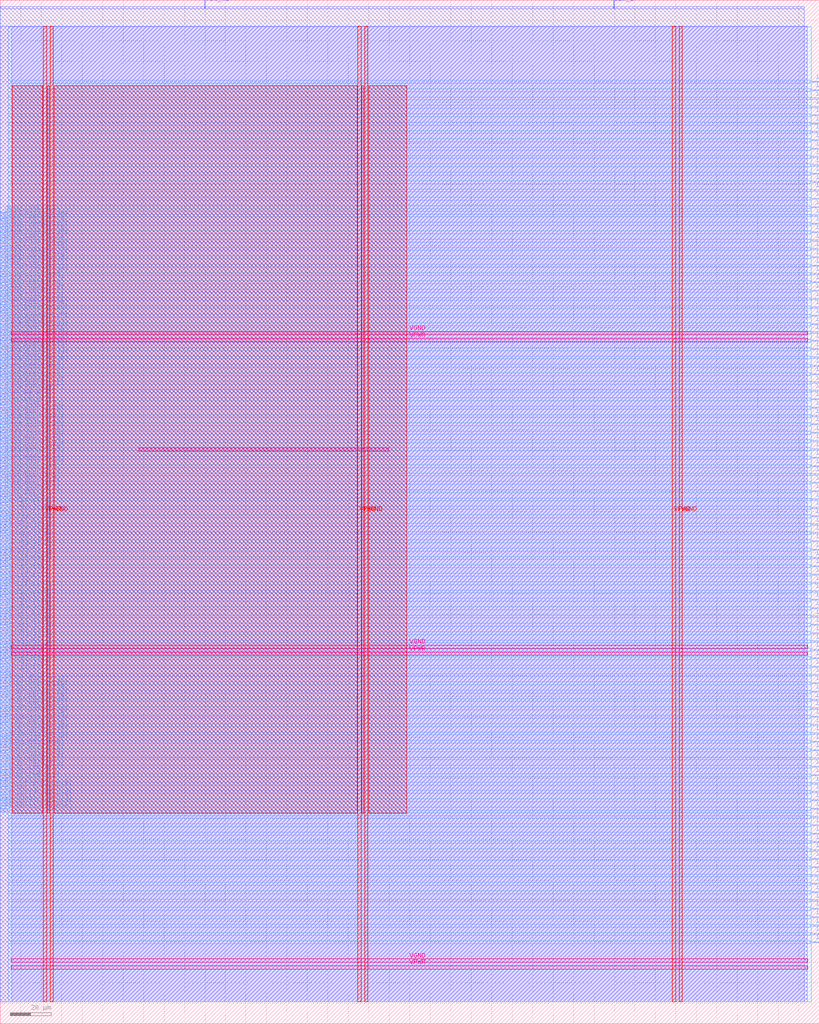
<source format=lef>
VERSION 5.7 ;
  NOWIREEXTENSIONATPIN ON ;
  DIVIDERCHAR "/" ;
  BUSBITCHARS "[]" ;
MACRO core
  CLASS BLOCK ;
  FOREIGN core ;
  ORIGIN 0.000 0.000 ;
  SIZE 400.000 BY 500.000 ;
  PIN VGND
    USE GROUND ;
    PORT
      LAYER met5 ;
        RECT 5.280 336.390 394.460 337.990 ;
    END
    PORT
      LAYER met5 ;
        RECT 5.280 183.210 394.460 184.810 ;
    END
    PORT
      LAYER met5 ;
        RECT 5.280 30.030 394.460 31.630 ;
    END
    PORT
      LAYER met4 ;
        RECT 331.540 10.640 333.140 487.120 ;
    END
    PORT
      LAYER met4 ;
        RECT 177.940 10.640 179.540 487.120 ;
    END
    PORT
      LAYER met4 ;
        RECT 24.340 10.640 25.940 487.120 ;
    END
  END VGND
  PIN VPWR
    USE POWER ;
    PORT
      LAYER met5 ;
        RECT 5.280 333.090 394.460 334.690 ;
    END
    PORT
      LAYER met5 ;
        RECT 5.280 179.910 394.460 181.510 ;
    END
    PORT
      LAYER met5 ;
        RECT 5.280 26.730 394.460 28.330 ;
    END
    PORT
      LAYER met4 ;
        RECT 328.240 10.640 329.840 487.120 ;
    END
    PORT
      LAYER met4 ;
        RECT 174.640 10.640 176.240 487.120 ;
    END
    PORT
      LAYER met4 ;
        RECT 21.040 10.640 22.640 487.120 ;
    END
  END VPWR
  PIN clk_i
    PORT
      LAYER met2 ;
        RECT 299.550 496.000 299.830 500.000 ;
    END
  END clk_i
  PIN dmem_addr_o[0]
    PORT
      LAYER met3 ;
        RECT 0.000 258.440 4.000 259.040 ;
    END
  END dmem_addr_o[0]
  PIN dmem_addr_o[10]
    PORT
      LAYER met3 ;
        RECT 0.000 272.040 4.000 272.640 ;
    END
  END dmem_addr_o[10]
  PIN dmem_addr_o[11]
    PORT
      LAYER met3 ;
        RECT 0.000 273.400 4.000 274.000 ;
    END
  END dmem_addr_o[11]
  PIN dmem_addr_o[12]
    PORT
      LAYER met3 ;
        RECT 0.000 274.760 4.000 275.360 ;
    END
  END dmem_addr_o[12]
  PIN dmem_addr_o[13]
    PORT
      LAYER met3 ;
        RECT 0.000 276.120 4.000 276.720 ;
    END
  END dmem_addr_o[13]
  PIN dmem_addr_o[14]
    PORT
      LAYER met3 ;
        RECT 0.000 277.480 4.000 278.080 ;
    END
  END dmem_addr_o[14]
  PIN dmem_addr_o[15]
    PORT
      LAYER met3 ;
        RECT 0.000 278.840 4.000 279.440 ;
    END
  END dmem_addr_o[15]
  PIN dmem_addr_o[16]
    PORT
      LAYER met3 ;
        RECT 0.000 280.200 4.000 280.800 ;
    END
  END dmem_addr_o[16]
  PIN dmem_addr_o[17]
    PORT
      LAYER met3 ;
        RECT 0.000 281.560 4.000 282.160 ;
    END
  END dmem_addr_o[17]
  PIN dmem_addr_o[18]
    PORT
      LAYER met3 ;
        RECT 0.000 282.920 4.000 283.520 ;
    END
  END dmem_addr_o[18]
  PIN dmem_addr_o[19]
    PORT
      LAYER met3 ;
        RECT 0.000 284.280 4.000 284.880 ;
    END
  END dmem_addr_o[19]
  PIN dmem_addr_o[1]
    PORT
      LAYER met3 ;
        RECT 0.000 259.800 4.000 260.400 ;
    END
  END dmem_addr_o[1]
  PIN dmem_addr_o[20]
    PORT
      LAYER met3 ;
        RECT 0.000 285.640 4.000 286.240 ;
    END
  END dmem_addr_o[20]
  PIN dmem_addr_o[21]
    PORT
      LAYER met3 ;
        RECT 0.000 287.000 4.000 287.600 ;
    END
  END dmem_addr_o[21]
  PIN dmem_addr_o[22]
    PORT
      LAYER met3 ;
        RECT 0.000 288.360 4.000 288.960 ;
    END
  END dmem_addr_o[22]
  PIN dmem_addr_o[23]
    PORT
      LAYER met3 ;
        RECT 0.000 289.720 4.000 290.320 ;
    END
  END dmem_addr_o[23]
  PIN dmem_addr_o[24]
    PORT
      LAYER met3 ;
        RECT 0.000 291.080 4.000 291.680 ;
    END
  END dmem_addr_o[24]
  PIN dmem_addr_o[25]
    PORT
      LAYER met3 ;
        RECT 0.000 292.440 4.000 293.040 ;
    END
  END dmem_addr_o[25]
  PIN dmem_addr_o[26]
    PORT
      LAYER met3 ;
        RECT 0.000 293.800 4.000 294.400 ;
    END
  END dmem_addr_o[26]
  PIN dmem_addr_o[27]
    PORT
      LAYER met3 ;
        RECT 0.000 295.160 4.000 295.760 ;
    END
  END dmem_addr_o[27]
  PIN dmem_addr_o[28]
    PORT
      LAYER met3 ;
        RECT 0.000 296.520 4.000 297.120 ;
    END
  END dmem_addr_o[28]
  PIN dmem_addr_o[29]
    PORT
      LAYER met3 ;
        RECT 0.000 297.880 4.000 298.480 ;
    END
  END dmem_addr_o[29]
  PIN dmem_addr_o[2]
    PORT
      LAYER met3 ;
        RECT 0.000 261.160 4.000 261.760 ;
    END
  END dmem_addr_o[2]
  PIN dmem_addr_o[30]
    PORT
      LAYER met3 ;
        RECT 0.000 299.240 4.000 299.840 ;
    END
  END dmem_addr_o[30]
  PIN dmem_addr_o[31]
    PORT
      LAYER met3 ;
        RECT 0.000 300.600 4.000 301.200 ;
    END
  END dmem_addr_o[31]
  PIN dmem_addr_o[3]
    PORT
      LAYER met3 ;
        RECT 0.000 262.520 4.000 263.120 ;
    END
  END dmem_addr_o[3]
  PIN dmem_addr_o[4]
    PORT
      LAYER met3 ;
        RECT 0.000 263.880 4.000 264.480 ;
    END
  END dmem_addr_o[4]
  PIN dmem_addr_o[5]
    PORT
      LAYER met3 ;
        RECT 0.000 265.240 4.000 265.840 ;
    END
  END dmem_addr_o[5]
  PIN dmem_addr_o[6]
    PORT
      LAYER met3 ;
        RECT 0.000 266.600 4.000 267.200 ;
    END
  END dmem_addr_o[6]
  PIN dmem_addr_o[7]
    PORT
      LAYER met3 ;
        RECT 0.000 267.960 4.000 268.560 ;
    END
  END dmem_addr_o[7]
  PIN dmem_addr_o[8]
    PORT
      LAYER met3 ;
        RECT 0.000 269.320 4.000 269.920 ;
    END
  END dmem_addr_o[8]
  PIN dmem_addr_o[9]
    PORT
      LAYER met3 ;
        RECT 0.000 270.680 4.000 271.280 ;
    END
  END dmem_addr_o[9]
  PIN dmem_be_o[0]
    PORT
      LAYER met3 ;
        RECT 0.000 303.320 4.000 303.920 ;
    END
  END dmem_be_o[0]
  PIN dmem_be_o[1]
    PORT
      LAYER met3 ;
        RECT 0.000 304.680 4.000 305.280 ;
    END
  END dmem_be_o[1]
  PIN dmem_be_o[2]
    PORT
      LAYER met3 ;
        RECT 0.000 306.040 4.000 306.640 ;
    END
  END dmem_be_o[2]
  PIN dmem_be_o[3]
    PORT
      LAYER met3 ;
        RECT 0.000 307.400 4.000 308.000 ;
    END
  END dmem_be_o[3]
  PIN dmem_gnt_i
    PORT
      LAYER met3 ;
        RECT 0.000 257.080 4.000 257.680 ;
    END
  END dmem_gnt_i
  PIN dmem_rdata_i[0]
    PORT
      LAYER met3 ;
        RECT 0.000 352.280 4.000 352.880 ;
    END
  END dmem_rdata_i[0]
  PIN dmem_rdata_i[10]
    PORT
      LAYER met3 ;
        RECT 0.000 365.880 4.000 366.480 ;
    END
  END dmem_rdata_i[10]
  PIN dmem_rdata_i[11]
    PORT
      LAYER met3 ;
        RECT 0.000 367.240 4.000 367.840 ;
    END
  END dmem_rdata_i[11]
  PIN dmem_rdata_i[12]
    PORT
      LAYER met3 ;
        RECT 0.000 368.600 4.000 369.200 ;
    END
  END dmem_rdata_i[12]
  PIN dmem_rdata_i[13]
    PORT
      LAYER met3 ;
        RECT 0.000 369.960 4.000 370.560 ;
    END
  END dmem_rdata_i[13]
  PIN dmem_rdata_i[14]
    PORT
      LAYER met3 ;
        RECT 0.000 371.320 4.000 371.920 ;
    END
  END dmem_rdata_i[14]
  PIN dmem_rdata_i[15]
    PORT
      LAYER met3 ;
        RECT 0.000 372.680 4.000 373.280 ;
    END
  END dmem_rdata_i[15]
  PIN dmem_rdata_i[16]
    PORT
      LAYER met3 ;
        RECT 0.000 374.040 4.000 374.640 ;
    END
  END dmem_rdata_i[16]
  PIN dmem_rdata_i[17]
    PORT
      LAYER met3 ;
        RECT 0.000 375.400 4.000 376.000 ;
    END
  END dmem_rdata_i[17]
  PIN dmem_rdata_i[18]
    PORT
      LAYER met3 ;
        RECT 0.000 376.760 4.000 377.360 ;
    END
  END dmem_rdata_i[18]
  PIN dmem_rdata_i[19]
    PORT
      LAYER met3 ;
        RECT 0.000 378.120 4.000 378.720 ;
    END
  END dmem_rdata_i[19]
  PIN dmem_rdata_i[1]
    PORT
      LAYER met3 ;
        RECT 0.000 353.640 4.000 354.240 ;
    END
  END dmem_rdata_i[1]
  PIN dmem_rdata_i[20]
    PORT
      LAYER met3 ;
        RECT 0.000 379.480 4.000 380.080 ;
    END
  END dmem_rdata_i[20]
  PIN dmem_rdata_i[21]
    PORT
      LAYER met3 ;
        RECT 0.000 380.840 4.000 381.440 ;
    END
  END dmem_rdata_i[21]
  PIN dmem_rdata_i[22]
    PORT
      LAYER met3 ;
        RECT 0.000 382.200 4.000 382.800 ;
    END
  END dmem_rdata_i[22]
  PIN dmem_rdata_i[23]
    PORT
      LAYER met3 ;
        RECT 0.000 383.560 4.000 384.160 ;
    END
  END dmem_rdata_i[23]
  PIN dmem_rdata_i[24]
    PORT
      LAYER met3 ;
        RECT 0.000 384.920 4.000 385.520 ;
    END
  END dmem_rdata_i[24]
  PIN dmem_rdata_i[25]
    PORT
      LAYER met3 ;
        RECT 0.000 386.280 4.000 386.880 ;
    END
  END dmem_rdata_i[25]
  PIN dmem_rdata_i[26]
    PORT
      LAYER met3 ;
        RECT 0.000 387.640 4.000 388.240 ;
    END
  END dmem_rdata_i[26]
  PIN dmem_rdata_i[27]
    PORT
      LAYER met3 ;
        RECT 0.000 389.000 4.000 389.600 ;
    END
  END dmem_rdata_i[27]
  PIN dmem_rdata_i[28]
    PORT
      LAYER met3 ;
        RECT 0.000 390.360 4.000 390.960 ;
    END
  END dmem_rdata_i[28]
  PIN dmem_rdata_i[29]
    PORT
      LAYER met3 ;
        RECT 0.000 391.720 4.000 392.320 ;
    END
  END dmem_rdata_i[29]
  PIN dmem_rdata_i[2]
    PORT
      LAYER met3 ;
        RECT 0.000 355.000 4.000 355.600 ;
    END
  END dmem_rdata_i[2]
  PIN dmem_rdata_i[30]
    PORT
      LAYER met3 ;
        RECT 0.000 393.080 4.000 393.680 ;
    END
  END dmem_rdata_i[30]
  PIN dmem_rdata_i[31]
    PORT
      LAYER met3 ;
        RECT 0.000 394.440 4.000 395.040 ;
    END
  END dmem_rdata_i[31]
  PIN dmem_rdata_i[3]
    PORT
      LAYER met3 ;
        RECT 0.000 356.360 4.000 356.960 ;
    END
  END dmem_rdata_i[3]
  PIN dmem_rdata_i[4]
    PORT
      LAYER met3 ;
        RECT 0.000 357.720 4.000 358.320 ;
    END
  END dmem_rdata_i[4]
  PIN dmem_rdata_i[5]
    PORT
      LAYER met3 ;
        RECT 0.000 359.080 4.000 359.680 ;
    END
  END dmem_rdata_i[5]
  PIN dmem_rdata_i[6]
    PORT
      LAYER met3 ;
        RECT 0.000 360.440 4.000 361.040 ;
    END
  END dmem_rdata_i[6]
  PIN dmem_rdata_i[7]
    PORT
      LAYER met3 ;
        RECT 0.000 361.800 4.000 362.400 ;
    END
  END dmem_rdata_i[7]
  PIN dmem_rdata_i[8]
    PORT
      LAYER met3 ;
        RECT 0.000 363.160 4.000 363.760 ;
    END
  END dmem_rdata_i[8]
  PIN dmem_rdata_i[9]
    PORT
      LAYER met3 ;
        RECT 0.000 364.520 4.000 365.120 ;
    END
  END dmem_rdata_i[9]
  PIN dmem_req_o
    PORT
      LAYER met3 ;
        RECT 0.000 255.720 4.000 256.320 ;
    END
  END dmem_req_o
  PIN dmem_rvalid_i
    PORT
      LAYER met3 ;
        RECT 0.000 395.800 4.000 396.400 ;
    END
  END dmem_rvalid_i
  PIN dmem_wdata_o[0]
    PORT
      LAYER met3 ;
        RECT 0.000 308.760 4.000 309.360 ;
    END
  END dmem_wdata_o[0]
  PIN dmem_wdata_o[10]
    PORT
      LAYER met3 ;
        RECT 0.000 322.360 4.000 322.960 ;
    END
  END dmem_wdata_o[10]
  PIN dmem_wdata_o[11]
    PORT
      LAYER met3 ;
        RECT 0.000 323.720 4.000 324.320 ;
    END
  END dmem_wdata_o[11]
  PIN dmem_wdata_o[12]
    PORT
      LAYER met3 ;
        RECT 0.000 325.080 4.000 325.680 ;
    END
  END dmem_wdata_o[12]
  PIN dmem_wdata_o[13]
    PORT
      LAYER met3 ;
        RECT 0.000 326.440 4.000 327.040 ;
    END
  END dmem_wdata_o[13]
  PIN dmem_wdata_o[14]
    PORT
      LAYER met3 ;
        RECT 0.000 327.800 4.000 328.400 ;
    END
  END dmem_wdata_o[14]
  PIN dmem_wdata_o[15]
    PORT
      LAYER met3 ;
        RECT 0.000 329.160 4.000 329.760 ;
    END
  END dmem_wdata_o[15]
  PIN dmem_wdata_o[16]
    PORT
      LAYER met3 ;
        RECT 0.000 330.520 4.000 331.120 ;
    END
  END dmem_wdata_o[16]
  PIN dmem_wdata_o[17]
    PORT
      LAYER met3 ;
        RECT 0.000 331.880 4.000 332.480 ;
    END
  END dmem_wdata_o[17]
  PIN dmem_wdata_o[18]
    PORT
      LAYER met3 ;
        RECT 0.000 333.240 4.000 333.840 ;
    END
  END dmem_wdata_o[18]
  PIN dmem_wdata_o[19]
    PORT
      LAYER met3 ;
        RECT 0.000 334.600 4.000 335.200 ;
    END
  END dmem_wdata_o[19]
  PIN dmem_wdata_o[1]
    PORT
      LAYER met3 ;
        RECT 0.000 310.120 4.000 310.720 ;
    END
  END dmem_wdata_o[1]
  PIN dmem_wdata_o[20]
    PORT
      LAYER met3 ;
        RECT 0.000 335.960 4.000 336.560 ;
    END
  END dmem_wdata_o[20]
  PIN dmem_wdata_o[21]
    PORT
      LAYER met3 ;
        RECT 0.000 337.320 4.000 337.920 ;
    END
  END dmem_wdata_o[21]
  PIN dmem_wdata_o[22]
    PORT
      LAYER met3 ;
        RECT 0.000 338.680 4.000 339.280 ;
    END
  END dmem_wdata_o[22]
  PIN dmem_wdata_o[23]
    PORT
      LAYER met3 ;
        RECT 0.000 340.040 4.000 340.640 ;
    END
  END dmem_wdata_o[23]
  PIN dmem_wdata_o[24]
    PORT
      LAYER met3 ;
        RECT 0.000 341.400 4.000 342.000 ;
    END
  END dmem_wdata_o[24]
  PIN dmem_wdata_o[25]
    PORT
      LAYER met3 ;
        RECT 0.000 342.760 4.000 343.360 ;
    END
  END dmem_wdata_o[25]
  PIN dmem_wdata_o[26]
    PORT
      LAYER met3 ;
        RECT 0.000 344.120 4.000 344.720 ;
    END
  END dmem_wdata_o[26]
  PIN dmem_wdata_o[27]
    PORT
      LAYER met3 ;
        RECT 0.000 345.480 4.000 346.080 ;
    END
  END dmem_wdata_o[27]
  PIN dmem_wdata_o[28]
    PORT
      LAYER met3 ;
        RECT 0.000 346.840 4.000 347.440 ;
    END
  END dmem_wdata_o[28]
  PIN dmem_wdata_o[29]
    PORT
      LAYER met3 ;
        RECT 0.000 348.200 4.000 348.800 ;
    END
  END dmem_wdata_o[29]
  PIN dmem_wdata_o[2]
    PORT
      LAYER met3 ;
        RECT 0.000 311.480 4.000 312.080 ;
    END
  END dmem_wdata_o[2]
  PIN dmem_wdata_o[30]
    PORT
      LAYER met3 ;
        RECT 0.000 349.560 4.000 350.160 ;
    END
  END dmem_wdata_o[30]
  PIN dmem_wdata_o[31]
    PORT
      LAYER met3 ;
        RECT 0.000 350.920 4.000 351.520 ;
    END
  END dmem_wdata_o[31]
  PIN dmem_wdata_o[3]
    PORT
      LAYER met3 ;
        RECT 0.000 312.840 4.000 313.440 ;
    END
  END dmem_wdata_o[3]
  PIN dmem_wdata_o[4]
    PORT
      LAYER met3 ;
        RECT 0.000 314.200 4.000 314.800 ;
    END
  END dmem_wdata_o[4]
  PIN dmem_wdata_o[5]
    PORT
      LAYER met3 ;
        RECT 0.000 315.560 4.000 316.160 ;
    END
  END dmem_wdata_o[5]
  PIN dmem_wdata_o[6]
    PORT
      LAYER met3 ;
        RECT 0.000 316.920 4.000 317.520 ;
    END
  END dmem_wdata_o[6]
  PIN dmem_wdata_o[7]
    PORT
      LAYER met3 ;
        RECT 0.000 318.280 4.000 318.880 ;
    END
  END dmem_wdata_o[7]
  PIN dmem_wdata_o[8]
    PORT
      LAYER met3 ;
        RECT 0.000 319.640 4.000 320.240 ;
    END
  END dmem_wdata_o[8]
  PIN dmem_wdata_o[9]
    PORT
      LAYER met3 ;
        RECT 0.000 321.000 4.000 321.600 ;
    END
  END dmem_wdata_o[9]
  PIN dmem_we_o
    PORT
      LAYER met3 ;
        RECT 0.000 301.960 4.000 302.560 ;
    END
  END dmem_we_o
  PIN imem_addr_o[0]
    PORT
      LAYER met3 ;
        RECT 396.000 47.640 400.000 48.240 ;
    END
  END imem_addr_o[0]
  PIN imem_addr_o[10]
    PORT
      LAYER met3 ;
        RECT 396.000 88.440 400.000 89.040 ;
    END
  END imem_addr_o[10]
  PIN imem_addr_o[11]
    PORT
      LAYER met3 ;
        RECT 396.000 92.520 400.000 93.120 ;
    END
  END imem_addr_o[11]
  PIN imem_addr_o[12]
    PORT
      LAYER met3 ;
        RECT 396.000 96.600 400.000 97.200 ;
    END
  END imem_addr_o[12]
  PIN imem_addr_o[13]
    PORT
      LAYER met3 ;
        RECT 396.000 100.680 400.000 101.280 ;
    END
  END imem_addr_o[13]
  PIN imem_addr_o[14]
    PORT
      LAYER met3 ;
        RECT 396.000 104.760 400.000 105.360 ;
    END
  END imem_addr_o[14]
  PIN imem_addr_o[15]
    PORT
      LAYER met3 ;
        RECT 396.000 108.840 400.000 109.440 ;
    END
  END imem_addr_o[15]
  PIN imem_addr_o[16]
    PORT
      LAYER met3 ;
        RECT 396.000 112.920 400.000 113.520 ;
    END
  END imem_addr_o[16]
  PIN imem_addr_o[17]
    PORT
      LAYER met3 ;
        RECT 396.000 117.000 400.000 117.600 ;
    END
  END imem_addr_o[17]
  PIN imem_addr_o[18]
    PORT
      LAYER met3 ;
        RECT 396.000 121.080 400.000 121.680 ;
    END
  END imem_addr_o[18]
  PIN imem_addr_o[19]
    PORT
      LAYER met3 ;
        RECT 396.000 125.160 400.000 125.760 ;
    END
  END imem_addr_o[19]
  PIN imem_addr_o[1]
    PORT
      LAYER met3 ;
        RECT 396.000 51.720 400.000 52.320 ;
    END
  END imem_addr_o[1]
  PIN imem_addr_o[20]
    PORT
      LAYER met3 ;
        RECT 396.000 129.240 400.000 129.840 ;
    END
  END imem_addr_o[20]
  PIN imem_addr_o[21]
    PORT
      LAYER met3 ;
        RECT 396.000 133.320 400.000 133.920 ;
    END
  END imem_addr_o[21]
  PIN imem_addr_o[22]
    PORT
      LAYER met3 ;
        RECT 396.000 137.400 400.000 138.000 ;
    END
  END imem_addr_o[22]
  PIN imem_addr_o[23]
    PORT
      LAYER met3 ;
        RECT 396.000 141.480 400.000 142.080 ;
    END
  END imem_addr_o[23]
  PIN imem_addr_o[24]
    PORT
      LAYER met3 ;
        RECT 396.000 145.560 400.000 146.160 ;
    END
  END imem_addr_o[24]
  PIN imem_addr_o[25]
    PORT
      LAYER met3 ;
        RECT 396.000 149.640 400.000 150.240 ;
    END
  END imem_addr_o[25]
  PIN imem_addr_o[26]
    PORT
      LAYER met3 ;
        RECT 396.000 153.720 400.000 154.320 ;
    END
  END imem_addr_o[26]
  PIN imem_addr_o[27]
    PORT
      LAYER met3 ;
        RECT 396.000 157.800 400.000 158.400 ;
    END
  END imem_addr_o[27]
  PIN imem_addr_o[28]
    PORT
      LAYER met3 ;
        RECT 396.000 161.880 400.000 162.480 ;
    END
  END imem_addr_o[28]
  PIN imem_addr_o[29]
    PORT
      LAYER met3 ;
        RECT 396.000 165.960 400.000 166.560 ;
    END
  END imem_addr_o[29]
  PIN imem_addr_o[2]
    PORT
      LAYER met3 ;
        RECT 396.000 55.800 400.000 56.400 ;
    END
  END imem_addr_o[2]
  PIN imem_addr_o[30]
    PORT
      LAYER met3 ;
        RECT 396.000 170.040 400.000 170.640 ;
    END
  END imem_addr_o[30]
  PIN imem_addr_o[31]
    PORT
      LAYER met3 ;
        RECT 396.000 174.120 400.000 174.720 ;
    END
  END imem_addr_o[31]
  PIN imem_addr_o[3]
    PORT
      LAYER met3 ;
        RECT 396.000 59.880 400.000 60.480 ;
    END
  END imem_addr_o[3]
  PIN imem_addr_o[4]
    PORT
      LAYER met3 ;
        RECT 396.000 63.960 400.000 64.560 ;
    END
  END imem_addr_o[4]
  PIN imem_addr_o[5]
    PORT
      LAYER met3 ;
        RECT 396.000 68.040 400.000 68.640 ;
    END
  END imem_addr_o[5]
  PIN imem_addr_o[6]
    PORT
      LAYER met3 ;
        RECT 396.000 72.120 400.000 72.720 ;
    END
  END imem_addr_o[6]
  PIN imem_addr_o[7]
    PORT
      LAYER met3 ;
        RECT 396.000 76.200 400.000 76.800 ;
    END
  END imem_addr_o[7]
  PIN imem_addr_o[8]
    PORT
      LAYER met3 ;
        RECT 396.000 80.280 400.000 80.880 ;
    END
  END imem_addr_o[8]
  PIN imem_addr_o[9]
    PORT
      LAYER met3 ;
        RECT 396.000 84.360 400.000 84.960 ;
    END
  END imem_addr_o[9]
  PIN imem_be_o[0]
    PORT
      LAYER met3 ;
        RECT 396.000 182.280 400.000 182.880 ;
    END
  END imem_be_o[0]
  PIN imem_be_o[1]
    PORT
      LAYER met3 ;
        RECT 396.000 186.360 400.000 186.960 ;
    END
  END imem_be_o[1]
  PIN imem_be_o[2]
    PORT
      LAYER met3 ;
        RECT 396.000 190.440 400.000 191.040 ;
    END
  END imem_be_o[2]
  PIN imem_be_o[3]
    PORT
      LAYER met3 ;
        RECT 396.000 194.520 400.000 195.120 ;
    END
  END imem_be_o[3]
  PIN imem_gnt_i
    PORT
      LAYER met3 ;
        RECT 396.000 43.560 400.000 44.160 ;
    END
  END imem_gnt_i
  PIN imem_rdata_i[0]
    PORT
      LAYER met3 ;
        RECT 396.000 333.240 400.000 333.840 ;
    END
  END imem_rdata_i[0]
  PIN imem_rdata_i[10]
    PORT
      LAYER met3 ;
        RECT 396.000 374.040 400.000 374.640 ;
    END
  END imem_rdata_i[10]
  PIN imem_rdata_i[11]
    PORT
      LAYER met3 ;
        RECT 396.000 378.120 400.000 378.720 ;
    END
  END imem_rdata_i[11]
  PIN imem_rdata_i[12]
    PORT
      LAYER met3 ;
        RECT 396.000 382.200 400.000 382.800 ;
    END
  END imem_rdata_i[12]
  PIN imem_rdata_i[13]
    PORT
      LAYER met3 ;
        RECT 396.000 386.280 400.000 386.880 ;
    END
  END imem_rdata_i[13]
  PIN imem_rdata_i[14]
    PORT
      LAYER met3 ;
        RECT 396.000 390.360 400.000 390.960 ;
    END
  END imem_rdata_i[14]
  PIN imem_rdata_i[15]
    PORT
      LAYER met3 ;
        RECT 396.000 394.440 400.000 395.040 ;
    END
  END imem_rdata_i[15]
  PIN imem_rdata_i[16]
    PORT
      LAYER met3 ;
        RECT 396.000 398.520 400.000 399.120 ;
    END
  END imem_rdata_i[16]
  PIN imem_rdata_i[17]
    PORT
      LAYER met3 ;
        RECT 396.000 402.600 400.000 403.200 ;
    END
  END imem_rdata_i[17]
  PIN imem_rdata_i[18]
    PORT
      LAYER met3 ;
        RECT 396.000 406.680 400.000 407.280 ;
    END
  END imem_rdata_i[18]
  PIN imem_rdata_i[19]
    PORT
      LAYER met3 ;
        RECT 396.000 410.760 400.000 411.360 ;
    END
  END imem_rdata_i[19]
  PIN imem_rdata_i[1]
    PORT
      LAYER met3 ;
        RECT 396.000 337.320 400.000 337.920 ;
    END
  END imem_rdata_i[1]
  PIN imem_rdata_i[20]
    PORT
      LAYER met3 ;
        RECT 396.000 414.840 400.000 415.440 ;
    END
  END imem_rdata_i[20]
  PIN imem_rdata_i[21]
    PORT
      LAYER met3 ;
        RECT 396.000 418.920 400.000 419.520 ;
    END
  END imem_rdata_i[21]
  PIN imem_rdata_i[22]
    PORT
      LAYER met3 ;
        RECT 396.000 423.000 400.000 423.600 ;
    END
  END imem_rdata_i[22]
  PIN imem_rdata_i[23]
    PORT
      LAYER met3 ;
        RECT 396.000 427.080 400.000 427.680 ;
    END
  END imem_rdata_i[23]
  PIN imem_rdata_i[24]
    PORT
      LAYER met3 ;
        RECT 396.000 431.160 400.000 431.760 ;
    END
  END imem_rdata_i[24]
  PIN imem_rdata_i[25]
    PORT
      LAYER met3 ;
        RECT 396.000 435.240 400.000 435.840 ;
    END
  END imem_rdata_i[25]
  PIN imem_rdata_i[26]
    PORT
      LAYER met3 ;
        RECT 396.000 439.320 400.000 439.920 ;
    END
  END imem_rdata_i[26]
  PIN imem_rdata_i[27]
    PORT
      LAYER met3 ;
        RECT 396.000 443.400 400.000 444.000 ;
    END
  END imem_rdata_i[27]
  PIN imem_rdata_i[28]
    PORT
      LAYER met3 ;
        RECT 396.000 447.480 400.000 448.080 ;
    END
  END imem_rdata_i[28]
  PIN imem_rdata_i[29]
    PORT
      LAYER met3 ;
        RECT 396.000 451.560 400.000 452.160 ;
    END
  END imem_rdata_i[29]
  PIN imem_rdata_i[2]
    PORT
      LAYER met3 ;
        RECT 396.000 341.400 400.000 342.000 ;
    END
  END imem_rdata_i[2]
  PIN imem_rdata_i[30]
    PORT
      LAYER met3 ;
        RECT 396.000 455.640 400.000 456.240 ;
    END
  END imem_rdata_i[30]
  PIN imem_rdata_i[31]
    PORT
      LAYER met3 ;
        RECT 396.000 459.720 400.000 460.320 ;
    END
  END imem_rdata_i[31]
  PIN imem_rdata_i[3]
    PORT
      LAYER met3 ;
        RECT 396.000 345.480 400.000 346.080 ;
    END
  END imem_rdata_i[3]
  PIN imem_rdata_i[4]
    PORT
      LAYER met3 ;
        RECT 396.000 349.560 400.000 350.160 ;
    END
  END imem_rdata_i[4]
  PIN imem_rdata_i[5]
    PORT
      LAYER met3 ;
        RECT 396.000 353.640 400.000 354.240 ;
    END
  END imem_rdata_i[5]
  PIN imem_rdata_i[6]
    PORT
      LAYER met3 ;
        RECT 396.000 357.720 400.000 358.320 ;
    END
  END imem_rdata_i[6]
  PIN imem_rdata_i[7]
    PORT
      LAYER met3 ;
        RECT 396.000 361.800 400.000 362.400 ;
    END
  END imem_rdata_i[7]
  PIN imem_rdata_i[8]
    PORT
      LAYER met3 ;
        RECT 396.000 365.880 400.000 366.480 ;
    END
  END imem_rdata_i[8]
  PIN imem_rdata_i[9]
    PORT
      LAYER met3 ;
        RECT 396.000 369.960 400.000 370.560 ;
    END
  END imem_rdata_i[9]
  PIN imem_req_o
    PORT
      LAYER met3 ;
        RECT 396.000 39.480 400.000 40.080 ;
    END
  END imem_req_o
  PIN imem_rvalid_i
    PORT
      LAYER met3 ;
        RECT 396.000 329.160 400.000 329.760 ;
    END
  END imem_rvalid_i
  PIN imem_wdata_o[0]
    PORT
      LAYER met3 ;
        RECT 396.000 198.600 400.000 199.200 ;
    END
  END imem_wdata_o[0]
  PIN imem_wdata_o[10]
    PORT
      LAYER met3 ;
        RECT 396.000 239.400 400.000 240.000 ;
    END
  END imem_wdata_o[10]
  PIN imem_wdata_o[11]
    PORT
      LAYER met3 ;
        RECT 396.000 243.480 400.000 244.080 ;
    END
  END imem_wdata_o[11]
  PIN imem_wdata_o[12]
    PORT
      LAYER met3 ;
        RECT 396.000 247.560 400.000 248.160 ;
    END
  END imem_wdata_o[12]
  PIN imem_wdata_o[13]
    PORT
      LAYER met3 ;
        RECT 396.000 251.640 400.000 252.240 ;
    END
  END imem_wdata_o[13]
  PIN imem_wdata_o[14]
    PORT
      LAYER met3 ;
        RECT 396.000 255.720 400.000 256.320 ;
    END
  END imem_wdata_o[14]
  PIN imem_wdata_o[15]
    PORT
      LAYER met3 ;
        RECT 396.000 259.800 400.000 260.400 ;
    END
  END imem_wdata_o[15]
  PIN imem_wdata_o[16]
    PORT
      LAYER met3 ;
        RECT 396.000 263.880 400.000 264.480 ;
    END
  END imem_wdata_o[16]
  PIN imem_wdata_o[17]
    PORT
      LAYER met3 ;
        RECT 396.000 267.960 400.000 268.560 ;
    END
  END imem_wdata_o[17]
  PIN imem_wdata_o[18]
    PORT
      LAYER met3 ;
        RECT 396.000 272.040 400.000 272.640 ;
    END
  END imem_wdata_o[18]
  PIN imem_wdata_o[19]
    PORT
      LAYER met3 ;
        RECT 396.000 276.120 400.000 276.720 ;
    END
  END imem_wdata_o[19]
  PIN imem_wdata_o[1]
    PORT
      LAYER met3 ;
        RECT 396.000 202.680 400.000 203.280 ;
    END
  END imem_wdata_o[1]
  PIN imem_wdata_o[20]
    PORT
      LAYER met3 ;
        RECT 396.000 280.200 400.000 280.800 ;
    END
  END imem_wdata_o[20]
  PIN imem_wdata_o[21]
    PORT
      LAYER met3 ;
        RECT 396.000 284.280 400.000 284.880 ;
    END
  END imem_wdata_o[21]
  PIN imem_wdata_o[22]
    PORT
      LAYER met3 ;
        RECT 396.000 288.360 400.000 288.960 ;
    END
  END imem_wdata_o[22]
  PIN imem_wdata_o[23]
    PORT
      LAYER met3 ;
        RECT 396.000 292.440 400.000 293.040 ;
    END
  END imem_wdata_o[23]
  PIN imem_wdata_o[24]
    PORT
      LAYER met3 ;
        RECT 396.000 296.520 400.000 297.120 ;
    END
  END imem_wdata_o[24]
  PIN imem_wdata_o[25]
    PORT
      LAYER met3 ;
        RECT 396.000 300.600 400.000 301.200 ;
    END
  END imem_wdata_o[25]
  PIN imem_wdata_o[26]
    PORT
      LAYER met3 ;
        RECT 396.000 304.680 400.000 305.280 ;
    END
  END imem_wdata_o[26]
  PIN imem_wdata_o[27]
    PORT
      LAYER met3 ;
        RECT 396.000 308.760 400.000 309.360 ;
    END
  END imem_wdata_o[27]
  PIN imem_wdata_o[28]
    PORT
      LAYER met3 ;
        RECT 396.000 312.840 400.000 313.440 ;
    END
  END imem_wdata_o[28]
  PIN imem_wdata_o[29]
    PORT
      LAYER met3 ;
        RECT 396.000 316.920 400.000 317.520 ;
    END
  END imem_wdata_o[29]
  PIN imem_wdata_o[2]
    PORT
      LAYER met3 ;
        RECT 396.000 206.760 400.000 207.360 ;
    END
  END imem_wdata_o[2]
  PIN imem_wdata_o[30]
    PORT
      LAYER met3 ;
        RECT 396.000 321.000 400.000 321.600 ;
    END
  END imem_wdata_o[30]
  PIN imem_wdata_o[31]
    PORT
      LAYER met3 ;
        RECT 396.000 325.080 400.000 325.680 ;
    END
  END imem_wdata_o[31]
  PIN imem_wdata_o[3]
    PORT
      LAYER met3 ;
        RECT 396.000 210.840 400.000 211.440 ;
    END
  END imem_wdata_o[3]
  PIN imem_wdata_o[4]
    PORT
      LAYER met3 ;
        RECT 396.000 214.920 400.000 215.520 ;
    END
  END imem_wdata_o[4]
  PIN imem_wdata_o[5]
    PORT
      LAYER met3 ;
        RECT 396.000 219.000 400.000 219.600 ;
    END
  END imem_wdata_o[5]
  PIN imem_wdata_o[6]
    PORT
      LAYER met3 ;
        RECT 396.000 223.080 400.000 223.680 ;
    END
  END imem_wdata_o[6]
  PIN imem_wdata_o[7]
    PORT
      LAYER met3 ;
        RECT 396.000 227.160 400.000 227.760 ;
    END
  END imem_wdata_o[7]
  PIN imem_wdata_o[8]
    PORT
      LAYER met3 ;
        RECT 396.000 231.240 400.000 231.840 ;
    END
  END imem_wdata_o[8]
  PIN imem_wdata_o[9]
    PORT
      LAYER met3 ;
        RECT 396.000 235.320 400.000 235.920 ;
    END
  END imem_wdata_o[9]
  PIN imem_we_o
    PORT
      LAYER met3 ;
        RECT 396.000 178.200 400.000 178.800 ;
    END
  END imem_we_o
  PIN rf_port1_reg_o[0]
    PORT
      LAYER met3 ;
        RECT 0.000 103.400 4.000 104.000 ;
    END
  END rf_port1_reg_o[0]
  PIN rf_port1_reg_o[1]
    PORT
      LAYER met3 ;
        RECT 0.000 104.760 4.000 105.360 ;
    END
  END rf_port1_reg_o[1]
  PIN rf_port1_reg_o[2]
    PORT
      LAYER met3 ;
        RECT 0.000 106.120 4.000 106.720 ;
    END
  END rf_port1_reg_o[2]
  PIN rf_port1_reg_o[3]
    PORT
      LAYER met3 ;
        RECT 0.000 107.480 4.000 108.080 ;
    END
  END rf_port1_reg_o[3]
  PIN rf_port1_reg_o[4]
    PORT
      LAYER met3 ;
        RECT 0.000 108.840 4.000 109.440 ;
    END
  END rf_port1_reg_o[4]
  PIN rf_port2_reg_o[0]
    PORT
      LAYER met3 ;
        RECT 0.000 110.200 4.000 110.800 ;
    END
  END rf_port2_reg_o[0]
  PIN rf_port2_reg_o[1]
    PORT
      LAYER met3 ;
        RECT 0.000 111.560 4.000 112.160 ;
    END
  END rf_port2_reg_o[1]
  PIN rf_port2_reg_o[2]
    PORT
      LAYER met3 ;
        RECT 0.000 112.920 4.000 113.520 ;
    END
  END rf_port2_reg_o[2]
  PIN rf_port2_reg_o[3]
    PORT
      LAYER met3 ;
        RECT 0.000 114.280 4.000 114.880 ;
    END
  END rf_port2_reg_o[3]
  PIN rf_port2_reg_o[4]
    PORT
      LAYER met3 ;
        RECT 0.000 115.640 4.000 116.240 ;
    END
  END rf_port2_reg_o[4]
  PIN rf_rs1_i[0]
    PORT
      LAYER met3 ;
        RECT 0.000 168.680 4.000 169.280 ;
    END
  END rf_rs1_i[0]
  PIN rf_rs1_i[10]
    PORT
      LAYER met3 ;
        RECT 0.000 182.280 4.000 182.880 ;
    END
  END rf_rs1_i[10]
  PIN rf_rs1_i[11]
    PORT
      LAYER met3 ;
        RECT 0.000 183.640 4.000 184.240 ;
    END
  END rf_rs1_i[11]
  PIN rf_rs1_i[12]
    PORT
      LAYER met3 ;
        RECT 0.000 185.000 4.000 185.600 ;
    END
  END rf_rs1_i[12]
  PIN rf_rs1_i[13]
    PORT
      LAYER met3 ;
        RECT 0.000 186.360 4.000 186.960 ;
    END
  END rf_rs1_i[13]
  PIN rf_rs1_i[14]
    PORT
      LAYER met3 ;
        RECT 0.000 187.720 4.000 188.320 ;
    END
  END rf_rs1_i[14]
  PIN rf_rs1_i[15]
    PORT
      LAYER met3 ;
        RECT 0.000 189.080 4.000 189.680 ;
    END
  END rf_rs1_i[15]
  PIN rf_rs1_i[16]
    PORT
      LAYER met3 ;
        RECT 0.000 190.440 4.000 191.040 ;
    END
  END rf_rs1_i[16]
  PIN rf_rs1_i[17]
    PORT
      LAYER met3 ;
        RECT 0.000 191.800 4.000 192.400 ;
    END
  END rf_rs1_i[17]
  PIN rf_rs1_i[18]
    PORT
      LAYER met3 ;
        RECT 0.000 193.160 4.000 193.760 ;
    END
  END rf_rs1_i[18]
  PIN rf_rs1_i[19]
    PORT
      LAYER met3 ;
        RECT 0.000 194.520 4.000 195.120 ;
    END
  END rf_rs1_i[19]
  PIN rf_rs1_i[1]
    PORT
      LAYER met3 ;
        RECT 0.000 170.040 4.000 170.640 ;
    END
  END rf_rs1_i[1]
  PIN rf_rs1_i[20]
    PORT
      LAYER met3 ;
        RECT 0.000 195.880 4.000 196.480 ;
    END
  END rf_rs1_i[20]
  PIN rf_rs1_i[21]
    PORT
      LAYER met3 ;
        RECT 0.000 197.240 4.000 197.840 ;
    END
  END rf_rs1_i[21]
  PIN rf_rs1_i[22]
    PORT
      LAYER met3 ;
        RECT 0.000 198.600 4.000 199.200 ;
    END
  END rf_rs1_i[22]
  PIN rf_rs1_i[23]
    PORT
      LAYER met3 ;
        RECT 0.000 199.960 4.000 200.560 ;
    END
  END rf_rs1_i[23]
  PIN rf_rs1_i[24]
    PORT
      LAYER met3 ;
        RECT 0.000 201.320 4.000 201.920 ;
    END
  END rf_rs1_i[24]
  PIN rf_rs1_i[25]
    PORT
      LAYER met3 ;
        RECT 0.000 202.680 4.000 203.280 ;
    END
  END rf_rs1_i[25]
  PIN rf_rs1_i[26]
    PORT
      LAYER met3 ;
        RECT 0.000 204.040 4.000 204.640 ;
    END
  END rf_rs1_i[26]
  PIN rf_rs1_i[27]
    PORT
      LAYER met3 ;
        RECT 0.000 205.400 4.000 206.000 ;
    END
  END rf_rs1_i[27]
  PIN rf_rs1_i[28]
    PORT
      LAYER met3 ;
        RECT 0.000 206.760 4.000 207.360 ;
    END
  END rf_rs1_i[28]
  PIN rf_rs1_i[29]
    PORT
      LAYER met3 ;
        RECT 0.000 208.120 4.000 208.720 ;
    END
  END rf_rs1_i[29]
  PIN rf_rs1_i[2]
    PORT
      LAYER met3 ;
        RECT 0.000 171.400 4.000 172.000 ;
    END
  END rf_rs1_i[2]
  PIN rf_rs1_i[30]
    PORT
      LAYER met3 ;
        RECT 0.000 209.480 4.000 210.080 ;
    END
  END rf_rs1_i[30]
  PIN rf_rs1_i[31]
    PORT
      LAYER met3 ;
        RECT 0.000 210.840 4.000 211.440 ;
    END
  END rf_rs1_i[31]
  PIN rf_rs1_i[3]
    PORT
      LAYER met3 ;
        RECT 0.000 172.760 4.000 173.360 ;
    END
  END rf_rs1_i[3]
  PIN rf_rs1_i[4]
    PORT
      LAYER met3 ;
        RECT 0.000 174.120 4.000 174.720 ;
    END
  END rf_rs1_i[4]
  PIN rf_rs1_i[5]
    PORT
      LAYER met3 ;
        RECT 0.000 175.480 4.000 176.080 ;
    END
  END rf_rs1_i[5]
  PIN rf_rs1_i[6]
    PORT
      LAYER met3 ;
        RECT 0.000 176.840 4.000 177.440 ;
    END
  END rf_rs1_i[6]
  PIN rf_rs1_i[7]
    PORT
      LAYER met3 ;
        RECT 0.000 178.200 4.000 178.800 ;
    END
  END rf_rs1_i[7]
  PIN rf_rs1_i[8]
    PORT
      LAYER met3 ;
        RECT 0.000 179.560 4.000 180.160 ;
    END
  END rf_rs1_i[8]
  PIN rf_rs1_i[9]
    PORT
      LAYER met3 ;
        RECT 0.000 180.920 4.000 181.520 ;
    END
  END rf_rs1_i[9]
  PIN rf_rs2_i[0]
    PORT
      LAYER met3 ;
        RECT 0.000 212.200 4.000 212.800 ;
    END
  END rf_rs2_i[0]
  PIN rf_rs2_i[10]
    PORT
      LAYER met3 ;
        RECT 0.000 225.800 4.000 226.400 ;
    END
  END rf_rs2_i[10]
  PIN rf_rs2_i[11]
    PORT
      LAYER met3 ;
        RECT 0.000 227.160 4.000 227.760 ;
    END
  END rf_rs2_i[11]
  PIN rf_rs2_i[12]
    PORT
      LAYER met3 ;
        RECT 0.000 228.520 4.000 229.120 ;
    END
  END rf_rs2_i[12]
  PIN rf_rs2_i[13]
    PORT
      LAYER met3 ;
        RECT 0.000 229.880 4.000 230.480 ;
    END
  END rf_rs2_i[13]
  PIN rf_rs2_i[14]
    PORT
      LAYER met3 ;
        RECT 0.000 231.240 4.000 231.840 ;
    END
  END rf_rs2_i[14]
  PIN rf_rs2_i[15]
    PORT
      LAYER met3 ;
        RECT 0.000 232.600 4.000 233.200 ;
    END
  END rf_rs2_i[15]
  PIN rf_rs2_i[16]
    PORT
      LAYER met3 ;
        RECT 0.000 233.960 4.000 234.560 ;
    END
  END rf_rs2_i[16]
  PIN rf_rs2_i[17]
    PORT
      LAYER met3 ;
        RECT 0.000 235.320 4.000 235.920 ;
    END
  END rf_rs2_i[17]
  PIN rf_rs2_i[18]
    PORT
      LAYER met3 ;
        RECT 0.000 236.680 4.000 237.280 ;
    END
  END rf_rs2_i[18]
  PIN rf_rs2_i[19]
    PORT
      LAYER met3 ;
        RECT 0.000 238.040 4.000 238.640 ;
    END
  END rf_rs2_i[19]
  PIN rf_rs2_i[1]
    PORT
      LAYER met3 ;
        RECT 0.000 213.560 4.000 214.160 ;
    END
  END rf_rs2_i[1]
  PIN rf_rs2_i[20]
    PORT
      LAYER met3 ;
        RECT 0.000 239.400 4.000 240.000 ;
    END
  END rf_rs2_i[20]
  PIN rf_rs2_i[21]
    PORT
      LAYER met3 ;
        RECT 0.000 240.760 4.000 241.360 ;
    END
  END rf_rs2_i[21]
  PIN rf_rs2_i[22]
    PORT
      LAYER met3 ;
        RECT 0.000 242.120 4.000 242.720 ;
    END
  END rf_rs2_i[22]
  PIN rf_rs2_i[23]
    PORT
      LAYER met3 ;
        RECT 0.000 243.480 4.000 244.080 ;
    END
  END rf_rs2_i[23]
  PIN rf_rs2_i[24]
    PORT
      LAYER met3 ;
        RECT 0.000 244.840 4.000 245.440 ;
    END
  END rf_rs2_i[24]
  PIN rf_rs2_i[25]
    PORT
      LAYER met3 ;
        RECT 0.000 246.200 4.000 246.800 ;
    END
  END rf_rs2_i[25]
  PIN rf_rs2_i[26]
    PORT
      LAYER met3 ;
        RECT 0.000 247.560 4.000 248.160 ;
    END
  END rf_rs2_i[26]
  PIN rf_rs2_i[27]
    PORT
      LAYER met3 ;
        RECT 0.000 248.920 4.000 249.520 ;
    END
  END rf_rs2_i[27]
  PIN rf_rs2_i[28]
    PORT
      LAYER met3 ;
        RECT 0.000 250.280 4.000 250.880 ;
    END
  END rf_rs2_i[28]
  PIN rf_rs2_i[29]
    PORT
      LAYER met3 ;
        RECT 0.000 251.640 4.000 252.240 ;
    END
  END rf_rs2_i[29]
  PIN rf_rs2_i[2]
    PORT
      LAYER met3 ;
        RECT 0.000 214.920 4.000 215.520 ;
    END
  END rf_rs2_i[2]
  PIN rf_rs2_i[30]
    PORT
      LAYER met3 ;
        RECT 0.000 253.000 4.000 253.600 ;
    END
  END rf_rs2_i[30]
  PIN rf_rs2_i[31]
    PORT
      LAYER met3 ;
        RECT 0.000 254.360 4.000 254.960 ;
    END
  END rf_rs2_i[31]
  PIN rf_rs2_i[3]
    PORT
      LAYER met3 ;
        RECT 0.000 216.280 4.000 216.880 ;
    END
  END rf_rs2_i[3]
  PIN rf_rs2_i[4]
    PORT
      LAYER met3 ;
        RECT 0.000 217.640 4.000 218.240 ;
    END
  END rf_rs2_i[4]
  PIN rf_rs2_i[5]
    PORT
      LAYER met3 ;
        RECT 0.000 219.000 4.000 219.600 ;
    END
  END rf_rs2_i[5]
  PIN rf_rs2_i[6]
    PORT
      LAYER met3 ;
        RECT 0.000 220.360 4.000 220.960 ;
    END
  END rf_rs2_i[6]
  PIN rf_rs2_i[7]
    PORT
      LAYER met3 ;
        RECT 0.000 221.720 4.000 222.320 ;
    END
  END rf_rs2_i[7]
  PIN rf_rs2_i[8]
    PORT
      LAYER met3 ;
        RECT 0.000 223.080 4.000 223.680 ;
    END
  END rf_rs2_i[8]
  PIN rf_rs2_i[9]
    PORT
      LAYER met3 ;
        RECT 0.000 224.440 4.000 225.040 ;
    END
  END rf_rs2_i[9]
  PIN rf_wr_data_o[0]
    PORT
      LAYER met3 ;
        RECT 0.000 123.800 4.000 124.400 ;
    END
  END rf_wr_data_o[0]
  PIN rf_wr_data_o[10]
    PORT
      LAYER met3 ;
        RECT 0.000 137.400 4.000 138.000 ;
    END
  END rf_wr_data_o[10]
  PIN rf_wr_data_o[11]
    PORT
      LAYER met3 ;
        RECT 0.000 138.760 4.000 139.360 ;
    END
  END rf_wr_data_o[11]
  PIN rf_wr_data_o[12]
    PORT
      LAYER met3 ;
        RECT 0.000 140.120 4.000 140.720 ;
    END
  END rf_wr_data_o[12]
  PIN rf_wr_data_o[13]
    PORT
      LAYER met3 ;
        RECT 0.000 141.480 4.000 142.080 ;
    END
  END rf_wr_data_o[13]
  PIN rf_wr_data_o[14]
    PORT
      LAYER met3 ;
        RECT 0.000 142.840 4.000 143.440 ;
    END
  END rf_wr_data_o[14]
  PIN rf_wr_data_o[15]
    PORT
      LAYER met3 ;
        RECT 0.000 144.200 4.000 144.800 ;
    END
  END rf_wr_data_o[15]
  PIN rf_wr_data_o[16]
    PORT
      LAYER met3 ;
        RECT 0.000 145.560 4.000 146.160 ;
    END
  END rf_wr_data_o[16]
  PIN rf_wr_data_o[17]
    PORT
      LAYER met3 ;
        RECT 0.000 146.920 4.000 147.520 ;
    END
  END rf_wr_data_o[17]
  PIN rf_wr_data_o[18]
    PORT
      LAYER met3 ;
        RECT 0.000 148.280 4.000 148.880 ;
    END
  END rf_wr_data_o[18]
  PIN rf_wr_data_o[19]
    PORT
      LAYER met3 ;
        RECT 0.000 149.640 4.000 150.240 ;
    END
  END rf_wr_data_o[19]
  PIN rf_wr_data_o[1]
    PORT
      LAYER met3 ;
        RECT 0.000 125.160 4.000 125.760 ;
    END
  END rf_wr_data_o[1]
  PIN rf_wr_data_o[20]
    PORT
      LAYER met3 ;
        RECT 0.000 151.000 4.000 151.600 ;
    END
  END rf_wr_data_o[20]
  PIN rf_wr_data_o[21]
    PORT
      LAYER met3 ;
        RECT 0.000 152.360 4.000 152.960 ;
    END
  END rf_wr_data_o[21]
  PIN rf_wr_data_o[22]
    PORT
      LAYER met3 ;
        RECT 0.000 153.720 4.000 154.320 ;
    END
  END rf_wr_data_o[22]
  PIN rf_wr_data_o[23]
    PORT
      LAYER met3 ;
        RECT 0.000 155.080 4.000 155.680 ;
    END
  END rf_wr_data_o[23]
  PIN rf_wr_data_o[24]
    PORT
      LAYER met3 ;
        RECT 0.000 156.440 4.000 157.040 ;
    END
  END rf_wr_data_o[24]
  PIN rf_wr_data_o[25]
    PORT
      LAYER met3 ;
        RECT 0.000 157.800 4.000 158.400 ;
    END
  END rf_wr_data_o[25]
  PIN rf_wr_data_o[26]
    PORT
      LAYER met3 ;
        RECT 0.000 159.160 4.000 159.760 ;
    END
  END rf_wr_data_o[26]
  PIN rf_wr_data_o[27]
    PORT
      LAYER met3 ;
        RECT 0.000 160.520 4.000 161.120 ;
    END
  END rf_wr_data_o[27]
  PIN rf_wr_data_o[28]
    PORT
      LAYER met3 ;
        RECT 0.000 161.880 4.000 162.480 ;
    END
  END rf_wr_data_o[28]
  PIN rf_wr_data_o[29]
    PORT
      LAYER met3 ;
        RECT 0.000 163.240 4.000 163.840 ;
    END
  END rf_wr_data_o[29]
  PIN rf_wr_data_o[2]
    PORT
      LAYER met3 ;
        RECT 0.000 126.520 4.000 127.120 ;
    END
  END rf_wr_data_o[2]
  PIN rf_wr_data_o[30]
    PORT
      LAYER met3 ;
        RECT 0.000 164.600 4.000 165.200 ;
    END
  END rf_wr_data_o[30]
  PIN rf_wr_data_o[31]
    PORT
      LAYER met3 ;
        RECT 0.000 165.960 4.000 166.560 ;
    END
  END rf_wr_data_o[31]
  PIN rf_wr_data_o[3]
    PORT
      LAYER met3 ;
        RECT 0.000 127.880 4.000 128.480 ;
    END
  END rf_wr_data_o[3]
  PIN rf_wr_data_o[4]
    PORT
      LAYER met3 ;
        RECT 0.000 129.240 4.000 129.840 ;
    END
  END rf_wr_data_o[4]
  PIN rf_wr_data_o[5]
    PORT
      LAYER met3 ;
        RECT 0.000 130.600 4.000 131.200 ;
    END
  END rf_wr_data_o[5]
  PIN rf_wr_data_o[6]
    PORT
      LAYER met3 ;
        RECT 0.000 131.960 4.000 132.560 ;
    END
  END rf_wr_data_o[6]
  PIN rf_wr_data_o[7]
    PORT
      LAYER met3 ;
        RECT 0.000 133.320 4.000 133.920 ;
    END
  END rf_wr_data_o[7]
  PIN rf_wr_data_o[8]
    PORT
      LAYER met3 ;
        RECT 0.000 134.680 4.000 135.280 ;
    END
  END rf_wr_data_o[8]
  PIN rf_wr_data_o[9]
    PORT
      LAYER met3 ;
        RECT 0.000 136.040 4.000 136.640 ;
    END
  END rf_wr_data_o[9]
  PIN rf_wr_en_o
    PORT
      LAYER met3 ;
        RECT 0.000 167.320 4.000 167.920 ;
    END
  END rf_wr_en_o
  PIN rf_wr_reg_o[0]
    PORT
      LAYER met3 ;
        RECT 0.000 117.000 4.000 117.600 ;
    END
  END rf_wr_reg_o[0]
  PIN rf_wr_reg_o[1]
    PORT
      LAYER met3 ;
        RECT 0.000 118.360 4.000 118.960 ;
    END
  END rf_wr_reg_o[1]
  PIN rf_wr_reg_o[2]
    PORT
      LAYER met3 ;
        RECT 0.000 119.720 4.000 120.320 ;
    END
  END rf_wr_reg_o[2]
  PIN rf_wr_reg_o[3]
    PORT
      LAYER met3 ;
        RECT 0.000 121.080 4.000 121.680 ;
    END
  END rf_wr_reg_o[3]
  PIN rf_wr_reg_o[4]
    PORT
      LAYER met3 ;
        RECT 0.000 122.440 4.000 123.040 ;
    END
  END rf_wr_reg_o[4]
  PIN rst_ni
    PORT
      LAYER met2 ;
        RECT 99.910 496.000 100.190 500.000 ;
    END
  END rst_ni
  OBS
      LAYER li1 ;
        RECT 5.520 10.795 394.220 486.965 ;
      LAYER met1 ;
        RECT 0.070 10.640 394.220 487.120 ;
      LAYER met2 ;
        RECT 0.100 495.720 99.630 496.810 ;
        RECT 100.470 495.720 299.270 496.810 ;
        RECT 300.110 495.720 392.750 496.810 ;
        RECT 0.100 10.695 392.750 495.720 ;
      LAYER met3 ;
        RECT 4.000 460.720 396.000 487.045 ;
        RECT 4.000 459.320 395.600 460.720 ;
        RECT 4.000 456.640 396.000 459.320 ;
        RECT 4.000 455.240 395.600 456.640 ;
        RECT 4.000 452.560 396.000 455.240 ;
        RECT 4.000 451.160 395.600 452.560 ;
        RECT 4.000 448.480 396.000 451.160 ;
        RECT 4.000 447.080 395.600 448.480 ;
        RECT 4.000 444.400 396.000 447.080 ;
        RECT 4.000 443.000 395.600 444.400 ;
        RECT 4.000 440.320 396.000 443.000 ;
        RECT 4.000 438.920 395.600 440.320 ;
        RECT 4.000 436.240 396.000 438.920 ;
        RECT 4.000 434.840 395.600 436.240 ;
        RECT 4.000 432.160 396.000 434.840 ;
        RECT 4.000 430.760 395.600 432.160 ;
        RECT 4.000 428.080 396.000 430.760 ;
        RECT 4.000 426.680 395.600 428.080 ;
        RECT 4.000 424.000 396.000 426.680 ;
        RECT 4.000 422.600 395.600 424.000 ;
        RECT 4.000 419.920 396.000 422.600 ;
        RECT 4.000 418.520 395.600 419.920 ;
        RECT 4.000 415.840 396.000 418.520 ;
        RECT 4.000 414.440 395.600 415.840 ;
        RECT 4.000 411.760 396.000 414.440 ;
        RECT 4.000 410.360 395.600 411.760 ;
        RECT 4.000 407.680 396.000 410.360 ;
        RECT 4.000 406.280 395.600 407.680 ;
        RECT 4.000 403.600 396.000 406.280 ;
        RECT 4.000 402.200 395.600 403.600 ;
        RECT 4.000 399.520 396.000 402.200 ;
        RECT 4.000 398.120 395.600 399.520 ;
        RECT 4.000 396.800 396.000 398.120 ;
        RECT 4.400 395.440 396.000 396.800 ;
        RECT 4.400 394.040 395.600 395.440 ;
        RECT 4.400 391.360 396.000 394.040 ;
        RECT 4.400 389.960 395.600 391.360 ;
        RECT 4.400 387.280 396.000 389.960 ;
        RECT 4.400 385.880 395.600 387.280 ;
        RECT 4.400 383.200 396.000 385.880 ;
        RECT 4.400 381.800 395.600 383.200 ;
        RECT 4.400 379.120 396.000 381.800 ;
        RECT 4.400 377.720 395.600 379.120 ;
        RECT 4.400 375.040 396.000 377.720 ;
        RECT 4.400 373.640 395.600 375.040 ;
        RECT 4.400 370.960 396.000 373.640 ;
        RECT 4.400 369.560 395.600 370.960 ;
        RECT 4.400 366.880 396.000 369.560 ;
        RECT 4.400 365.480 395.600 366.880 ;
        RECT 4.400 362.800 396.000 365.480 ;
        RECT 4.400 361.400 395.600 362.800 ;
        RECT 4.400 358.720 396.000 361.400 ;
        RECT 4.400 357.320 395.600 358.720 ;
        RECT 4.400 354.640 396.000 357.320 ;
        RECT 4.400 353.240 395.600 354.640 ;
        RECT 4.400 350.560 396.000 353.240 ;
        RECT 4.400 349.160 395.600 350.560 ;
        RECT 4.400 346.480 396.000 349.160 ;
        RECT 4.400 345.080 395.600 346.480 ;
        RECT 4.400 342.400 396.000 345.080 ;
        RECT 4.400 341.000 395.600 342.400 ;
        RECT 4.400 338.320 396.000 341.000 ;
        RECT 4.400 336.920 395.600 338.320 ;
        RECT 4.400 334.240 396.000 336.920 ;
        RECT 4.400 332.840 395.600 334.240 ;
        RECT 4.400 330.160 396.000 332.840 ;
        RECT 4.400 328.760 395.600 330.160 ;
        RECT 4.400 326.080 396.000 328.760 ;
        RECT 4.400 324.680 395.600 326.080 ;
        RECT 4.400 322.000 396.000 324.680 ;
        RECT 4.400 320.600 395.600 322.000 ;
        RECT 4.400 317.920 396.000 320.600 ;
        RECT 4.400 316.520 395.600 317.920 ;
        RECT 4.400 313.840 396.000 316.520 ;
        RECT 4.400 312.440 395.600 313.840 ;
        RECT 4.400 309.760 396.000 312.440 ;
        RECT 4.400 308.360 395.600 309.760 ;
        RECT 4.400 305.680 396.000 308.360 ;
        RECT 4.400 304.280 395.600 305.680 ;
        RECT 4.400 301.600 396.000 304.280 ;
        RECT 4.400 300.200 395.600 301.600 ;
        RECT 4.400 297.520 396.000 300.200 ;
        RECT 4.400 296.120 395.600 297.520 ;
        RECT 4.400 293.440 396.000 296.120 ;
        RECT 4.400 292.040 395.600 293.440 ;
        RECT 4.400 289.360 396.000 292.040 ;
        RECT 4.400 287.960 395.600 289.360 ;
        RECT 4.400 285.280 396.000 287.960 ;
        RECT 4.400 283.880 395.600 285.280 ;
        RECT 4.400 281.200 396.000 283.880 ;
        RECT 4.400 279.800 395.600 281.200 ;
        RECT 4.400 277.120 396.000 279.800 ;
        RECT 4.400 275.720 395.600 277.120 ;
        RECT 4.400 273.040 396.000 275.720 ;
        RECT 4.400 271.640 395.600 273.040 ;
        RECT 4.400 268.960 396.000 271.640 ;
        RECT 4.400 267.560 395.600 268.960 ;
        RECT 4.400 264.880 396.000 267.560 ;
        RECT 4.400 263.480 395.600 264.880 ;
        RECT 4.400 260.800 396.000 263.480 ;
        RECT 4.400 259.400 395.600 260.800 ;
        RECT 4.400 256.720 396.000 259.400 ;
        RECT 4.400 255.320 395.600 256.720 ;
        RECT 4.400 252.640 396.000 255.320 ;
        RECT 4.400 251.240 395.600 252.640 ;
        RECT 4.400 248.560 396.000 251.240 ;
        RECT 4.400 247.160 395.600 248.560 ;
        RECT 4.400 244.480 396.000 247.160 ;
        RECT 4.400 243.080 395.600 244.480 ;
        RECT 4.400 240.400 396.000 243.080 ;
        RECT 4.400 239.000 395.600 240.400 ;
        RECT 4.400 236.320 396.000 239.000 ;
        RECT 4.400 234.920 395.600 236.320 ;
        RECT 4.400 232.240 396.000 234.920 ;
        RECT 4.400 230.840 395.600 232.240 ;
        RECT 4.400 228.160 396.000 230.840 ;
        RECT 4.400 226.760 395.600 228.160 ;
        RECT 4.400 224.080 396.000 226.760 ;
        RECT 4.400 222.680 395.600 224.080 ;
        RECT 4.400 220.000 396.000 222.680 ;
        RECT 4.400 218.600 395.600 220.000 ;
        RECT 4.400 215.920 396.000 218.600 ;
        RECT 4.400 214.520 395.600 215.920 ;
        RECT 4.400 211.840 396.000 214.520 ;
        RECT 4.400 210.440 395.600 211.840 ;
        RECT 4.400 207.760 396.000 210.440 ;
        RECT 4.400 206.360 395.600 207.760 ;
        RECT 4.400 203.680 396.000 206.360 ;
        RECT 4.400 202.280 395.600 203.680 ;
        RECT 4.400 199.600 396.000 202.280 ;
        RECT 4.400 198.200 395.600 199.600 ;
        RECT 4.400 195.520 396.000 198.200 ;
        RECT 4.400 194.120 395.600 195.520 ;
        RECT 4.400 191.440 396.000 194.120 ;
        RECT 4.400 190.040 395.600 191.440 ;
        RECT 4.400 187.360 396.000 190.040 ;
        RECT 4.400 185.960 395.600 187.360 ;
        RECT 4.400 183.280 396.000 185.960 ;
        RECT 4.400 181.880 395.600 183.280 ;
        RECT 4.400 179.200 396.000 181.880 ;
        RECT 4.400 177.800 395.600 179.200 ;
        RECT 4.400 175.120 396.000 177.800 ;
        RECT 4.400 173.720 395.600 175.120 ;
        RECT 4.400 171.040 396.000 173.720 ;
        RECT 4.400 169.640 395.600 171.040 ;
        RECT 4.400 166.960 396.000 169.640 ;
        RECT 4.400 165.560 395.600 166.960 ;
        RECT 4.400 162.880 396.000 165.560 ;
        RECT 4.400 161.480 395.600 162.880 ;
        RECT 4.400 158.800 396.000 161.480 ;
        RECT 4.400 157.400 395.600 158.800 ;
        RECT 4.400 154.720 396.000 157.400 ;
        RECT 4.400 153.320 395.600 154.720 ;
        RECT 4.400 150.640 396.000 153.320 ;
        RECT 4.400 149.240 395.600 150.640 ;
        RECT 4.400 146.560 396.000 149.240 ;
        RECT 4.400 145.160 395.600 146.560 ;
        RECT 4.400 142.480 396.000 145.160 ;
        RECT 4.400 141.080 395.600 142.480 ;
        RECT 4.400 138.400 396.000 141.080 ;
        RECT 4.400 137.000 395.600 138.400 ;
        RECT 4.400 134.320 396.000 137.000 ;
        RECT 4.400 132.920 395.600 134.320 ;
        RECT 4.400 130.240 396.000 132.920 ;
        RECT 4.400 128.840 395.600 130.240 ;
        RECT 4.400 126.160 396.000 128.840 ;
        RECT 4.400 124.760 395.600 126.160 ;
        RECT 4.400 122.080 396.000 124.760 ;
        RECT 4.400 120.680 395.600 122.080 ;
        RECT 4.400 118.000 396.000 120.680 ;
        RECT 4.400 116.600 395.600 118.000 ;
        RECT 4.400 113.920 396.000 116.600 ;
        RECT 4.400 112.520 395.600 113.920 ;
        RECT 4.400 109.840 396.000 112.520 ;
        RECT 4.400 108.440 395.600 109.840 ;
        RECT 4.400 105.760 396.000 108.440 ;
        RECT 4.400 104.360 395.600 105.760 ;
        RECT 4.400 103.000 396.000 104.360 ;
        RECT 4.000 101.680 396.000 103.000 ;
        RECT 4.000 100.280 395.600 101.680 ;
        RECT 4.000 97.600 396.000 100.280 ;
        RECT 4.000 96.200 395.600 97.600 ;
        RECT 4.000 93.520 396.000 96.200 ;
        RECT 4.000 92.120 395.600 93.520 ;
        RECT 4.000 89.440 396.000 92.120 ;
        RECT 4.000 88.040 395.600 89.440 ;
        RECT 4.000 85.360 396.000 88.040 ;
        RECT 4.000 83.960 395.600 85.360 ;
        RECT 4.000 81.280 396.000 83.960 ;
        RECT 4.000 79.880 395.600 81.280 ;
        RECT 4.000 77.200 396.000 79.880 ;
        RECT 4.000 75.800 395.600 77.200 ;
        RECT 4.000 73.120 396.000 75.800 ;
        RECT 4.000 71.720 395.600 73.120 ;
        RECT 4.000 69.040 396.000 71.720 ;
        RECT 4.000 67.640 395.600 69.040 ;
        RECT 4.000 64.960 396.000 67.640 ;
        RECT 4.000 63.560 395.600 64.960 ;
        RECT 4.000 60.880 396.000 63.560 ;
        RECT 4.000 59.480 395.600 60.880 ;
        RECT 4.000 56.800 396.000 59.480 ;
        RECT 4.000 55.400 395.600 56.800 ;
        RECT 4.000 52.720 396.000 55.400 ;
        RECT 4.000 51.320 395.600 52.720 ;
        RECT 4.000 48.640 396.000 51.320 ;
        RECT 4.000 47.240 395.600 48.640 ;
        RECT 4.000 44.560 396.000 47.240 ;
        RECT 4.000 43.160 395.600 44.560 ;
        RECT 4.000 40.480 396.000 43.160 ;
        RECT 4.000 39.080 395.600 40.480 ;
        RECT 4.000 10.715 396.000 39.080 ;
      LAYER met4 ;
        RECT 5.815 102.855 20.640 458.145 ;
        RECT 23.040 102.855 23.940 458.145 ;
        RECT 26.340 102.855 174.240 458.145 ;
        RECT 176.640 102.855 177.540 458.145 ;
        RECT 179.940 102.855 198.425 458.145 ;
      LAYER met5 ;
        RECT 67.740 279.700 189.860 281.300 ;
  END
END core
END LIBRARY


</source>
